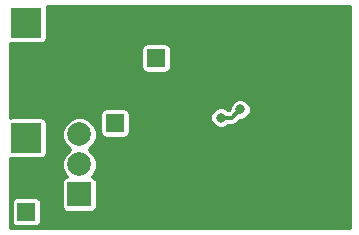
<source format=gbl>
G04 #@! TF.FileFunction,Copper,L2,Bot,Signal*
%FSLAX46Y46*%
G04 Gerber Fmt 4.6, Leading zero omitted, Abs format (unit mm)*
G04 Created by KiCad (PCBNEW (2016-02-18 BZR 6566, Git c2fd462)-product) date Thu 25 Feb 2016 06:22:52 PM EST*
%MOMM*%
G01*
G04 APERTURE LIST*
%ADD10C,0.100000*%
%ADD11C,1.998980*%
%ADD12R,1.998980X1.998980*%
%ADD13R,1.524000X1.524000*%
%ADD14R,2.500000X2.500000*%
%ADD15C,0.800000*%
%ADD16C,0.300000*%
%ADD17C,0.254000*%
G04 APERTURE END LIST*
D10*
D11*
X6500000Y-14000000D03*
D12*
X6500000Y-16540000D03*
D11*
X6500000Y-11460000D03*
D13*
X2000000Y-18000000D03*
X13000000Y-5000000D03*
X2000000Y-9000000D03*
X9500000Y-10500000D03*
D14*
X2000000Y-11750000D03*
X2000000Y-2000000D03*
D15*
X4750000Y-18000000D03*
X8000000Y-18249996D03*
X7200000Y-3200000D03*
X28250000Y-8500000D03*
X24750000Y-15250000D03*
X20250000Y-15250000D03*
X11000000Y-3250000D03*
X24250000Y-4250000D03*
X21750000Y-4250000D03*
X23000000Y-2500000D03*
X23000000Y-5750000D03*
X8500000Y-6000000D03*
X10545104Y-5801547D03*
X13500000Y-7000000D03*
X13500000Y-9500000D03*
X20119551Y-9346926D03*
X18469663Y-10030337D03*
D16*
X7749996Y-18500000D02*
X5250000Y-18500000D01*
X5250000Y-18500000D02*
X4750000Y-18000000D01*
X8000000Y-18249996D02*
X7749996Y-18500000D01*
X8000000Y-18500000D02*
X8000000Y-18249996D01*
X11250000Y-15250000D02*
X8000000Y-18500000D01*
X20250000Y-15250000D02*
X11250000Y-15250000D01*
X24750000Y-15250000D02*
X24750000Y-12000000D01*
X24750000Y-12000000D02*
X28250000Y-8500000D01*
X20250000Y-15250000D02*
X24750000Y-15250000D01*
X13500000Y-9500000D02*
X14500000Y-9500000D01*
X14500000Y-9500000D02*
X20250000Y-15250000D01*
X18469663Y-10030337D02*
X19436140Y-10030337D01*
X19436140Y-10030337D02*
X20119551Y-9346926D01*
D17*
G36*
X29373000Y-19373000D02*
X627000Y-19373000D01*
X627000Y-17238000D01*
X751656Y-17238000D01*
X751656Y-18762000D01*
X788677Y-18948116D01*
X894103Y-19105897D01*
X1051884Y-19211323D01*
X1238000Y-19248344D01*
X2762000Y-19248344D01*
X2948116Y-19211323D01*
X3105897Y-19105897D01*
X3211323Y-18948116D01*
X3248344Y-18762000D01*
X3248344Y-17238000D01*
X3211323Y-17051884D01*
X3105897Y-16894103D01*
X2948116Y-16788677D01*
X2762000Y-16751656D01*
X1238000Y-16751656D01*
X1051884Y-16788677D01*
X894103Y-16894103D01*
X788677Y-17051884D01*
X751656Y-17238000D01*
X627000Y-17238000D01*
X627000Y-15540510D01*
X5014166Y-15540510D01*
X5014166Y-17539490D01*
X5051187Y-17725606D01*
X5156613Y-17883387D01*
X5314394Y-17988813D01*
X5500510Y-18025834D01*
X7499490Y-18025834D01*
X7685606Y-17988813D01*
X7843387Y-17883387D01*
X7948813Y-17725606D01*
X7985834Y-17539490D01*
X7985834Y-15540510D01*
X7948813Y-15354394D01*
X7843387Y-15196613D01*
X7685606Y-15091187D01*
X7528173Y-15059872D01*
X7750977Y-14837456D01*
X7976233Y-14294980D01*
X7976746Y-13707596D01*
X7752437Y-13164728D01*
X7337456Y-12749023D01*
X7292204Y-12730233D01*
X7335272Y-12712437D01*
X7750977Y-12297456D01*
X7976233Y-11754980D01*
X7976746Y-11167596D01*
X7752437Y-10624728D01*
X7337456Y-10209023D01*
X6794980Y-9983767D01*
X6207596Y-9983254D01*
X5664728Y-10207563D01*
X5249023Y-10622544D01*
X5023767Y-11165020D01*
X5023254Y-11752404D01*
X5247563Y-12295272D01*
X5662544Y-12710977D01*
X5707796Y-12729767D01*
X5664728Y-12747563D01*
X5249023Y-13162544D01*
X5023767Y-13705020D01*
X5023254Y-14292404D01*
X5247563Y-14835272D01*
X5471781Y-15059881D01*
X5314394Y-15091187D01*
X5156613Y-15196613D01*
X5051187Y-15354394D01*
X5014166Y-15540510D01*
X627000Y-15540510D01*
X627000Y-13461878D01*
X750000Y-13486344D01*
X3250000Y-13486344D01*
X3436116Y-13449323D01*
X3593897Y-13343897D01*
X3699323Y-13186116D01*
X3736344Y-13000000D01*
X3736344Y-10500000D01*
X3699323Y-10313884D01*
X3593897Y-10156103D01*
X3436116Y-10050677D01*
X3250000Y-10013656D01*
X750000Y-10013656D01*
X627000Y-10038122D01*
X627000Y-9738000D01*
X8251656Y-9738000D01*
X8251656Y-11262000D01*
X8288677Y-11448116D01*
X8394103Y-11605897D01*
X8551884Y-11711323D01*
X8738000Y-11748344D01*
X10262000Y-11748344D01*
X10448116Y-11711323D01*
X10605897Y-11605897D01*
X10711323Y-11448116D01*
X10748344Y-11262000D01*
X10748344Y-10204018D01*
X17592512Y-10204018D01*
X17725745Y-10526468D01*
X17972234Y-10773388D01*
X18294452Y-10907184D01*
X18643344Y-10907488D01*
X18965794Y-10774255D01*
X19082916Y-10657337D01*
X19436140Y-10657337D01*
X19676083Y-10609609D01*
X19879496Y-10473693D01*
X20129255Y-10223934D01*
X20293232Y-10224077D01*
X20615682Y-10090844D01*
X20862602Y-9844355D01*
X20996398Y-9522137D01*
X20996702Y-9173245D01*
X20863469Y-8850795D01*
X20616980Y-8603875D01*
X20294762Y-8470079D01*
X19945870Y-8469775D01*
X19623420Y-8603008D01*
X19376500Y-8849497D01*
X19242704Y-9171715D01*
X19242560Y-9337205D01*
X19176428Y-9403337D01*
X19082940Y-9403337D01*
X18967092Y-9287286D01*
X18644874Y-9153490D01*
X18295982Y-9153186D01*
X17973532Y-9286419D01*
X17726612Y-9532908D01*
X17592816Y-9855126D01*
X17592512Y-10204018D01*
X10748344Y-10204018D01*
X10748344Y-9738000D01*
X10711323Y-9551884D01*
X10605897Y-9394103D01*
X10448116Y-9288677D01*
X10262000Y-9251656D01*
X8738000Y-9251656D01*
X8551884Y-9288677D01*
X8394103Y-9394103D01*
X8288677Y-9551884D01*
X8251656Y-9738000D01*
X627000Y-9738000D01*
X627000Y-4238000D01*
X11751656Y-4238000D01*
X11751656Y-5762000D01*
X11788677Y-5948116D01*
X11894103Y-6105897D01*
X12051884Y-6211323D01*
X12238000Y-6248344D01*
X13762000Y-6248344D01*
X13948116Y-6211323D01*
X14105897Y-6105897D01*
X14211323Y-5948116D01*
X14248344Y-5762000D01*
X14248344Y-4238000D01*
X14211323Y-4051884D01*
X14105897Y-3894103D01*
X13948116Y-3788677D01*
X13762000Y-3751656D01*
X12238000Y-3751656D01*
X12051884Y-3788677D01*
X11894103Y-3894103D01*
X11788677Y-4051884D01*
X11751656Y-4238000D01*
X627000Y-4238000D01*
X627000Y-3711878D01*
X750000Y-3736344D01*
X3250000Y-3736344D01*
X3436116Y-3699323D01*
X3593897Y-3593897D01*
X3699323Y-3436116D01*
X3736344Y-3250000D01*
X3736344Y-750000D01*
X3711878Y-627000D01*
X29373000Y-627000D01*
X29373000Y-19373000D01*
X29373000Y-19373000D01*
G37*
X29373000Y-19373000D02*
X627000Y-19373000D01*
X627000Y-17238000D01*
X751656Y-17238000D01*
X751656Y-18762000D01*
X788677Y-18948116D01*
X894103Y-19105897D01*
X1051884Y-19211323D01*
X1238000Y-19248344D01*
X2762000Y-19248344D01*
X2948116Y-19211323D01*
X3105897Y-19105897D01*
X3211323Y-18948116D01*
X3248344Y-18762000D01*
X3248344Y-17238000D01*
X3211323Y-17051884D01*
X3105897Y-16894103D01*
X2948116Y-16788677D01*
X2762000Y-16751656D01*
X1238000Y-16751656D01*
X1051884Y-16788677D01*
X894103Y-16894103D01*
X788677Y-17051884D01*
X751656Y-17238000D01*
X627000Y-17238000D01*
X627000Y-15540510D01*
X5014166Y-15540510D01*
X5014166Y-17539490D01*
X5051187Y-17725606D01*
X5156613Y-17883387D01*
X5314394Y-17988813D01*
X5500510Y-18025834D01*
X7499490Y-18025834D01*
X7685606Y-17988813D01*
X7843387Y-17883387D01*
X7948813Y-17725606D01*
X7985834Y-17539490D01*
X7985834Y-15540510D01*
X7948813Y-15354394D01*
X7843387Y-15196613D01*
X7685606Y-15091187D01*
X7528173Y-15059872D01*
X7750977Y-14837456D01*
X7976233Y-14294980D01*
X7976746Y-13707596D01*
X7752437Y-13164728D01*
X7337456Y-12749023D01*
X7292204Y-12730233D01*
X7335272Y-12712437D01*
X7750977Y-12297456D01*
X7976233Y-11754980D01*
X7976746Y-11167596D01*
X7752437Y-10624728D01*
X7337456Y-10209023D01*
X6794980Y-9983767D01*
X6207596Y-9983254D01*
X5664728Y-10207563D01*
X5249023Y-10622544D01*
X5023767Y-11165020D01*
X5023254Y-11752404D01*
X5247563Y-12295272D01*
X5662544Y-12710977D01*
X5707796Y-12729767D01*
X5664728Y-12747563D01*
X5249023Y-13162544D01*
X5023767Y-13705020D01*
X5023254Y-14292404D01*
X5247563Y-14835272D01*
X5471781Y-15059881D01*
X5314394Y-15091187D01*
X5156613Y-15196613D01*
X5051187Y-15354394D01*
X5014166Y-15540510D01*
X627000Y-15540510D01*
X627000Y-13461878D01*
X750000Y-13486344D01*
X3250000Y-13486344D01*
X3436116Y-13449323D01*
X3593897Y-13343897D01*
X3699323Y-13186116D01*
X3736344Y-13000000D01*
X3736344Y-10500000D01*
X3699323Y-10313884D01*
X3593897Y-10156103D01*
X3436116Y-10050677D01*
X3250000Y-10013656D01*
X750000Y-10013656D01*
X627000Y-10038122D01*
X627000Y-9738000D01*
X8251656Y-9738000D01*
X8251656Y-11262000D01*
X8288677Y-11448116D01*
X8394103Y-11605897D01*
X8551884Y-11711323D01*
X8738000Y-11748344D01*
X10262000Y-11748344D01*
X10448116Y-11711323D01*
X10605897Y-11605897D01*
X10711323Y-11448116D01*
X10748344Y-11262000D01*
X10748344Y-10204018D01*
X17592512Y-10204018D01*
X17725745Y-10526468D01*
X17972234Y-10773388D01*
X18294452Y-10907184D01*
X18643344Y-10907488D01*
X18965794Y-10774255D01*
X19082916Y-10657337D01*
X19436140Y-10657337D01*
X19676083Y-10609609D01*
X19879496Y-10473693D01*
X20129255Y-10223934D01*
X20293232Y-10224077D01*
X20615682Y-10090844D01*
X20862602Y-9844355D01*
X20996398Y-9522137D01*
X20996702Y-9173245D01*
X20863469Y-8850795D01*
X20616980Y-8603875D01*
X20294762Y-8470079D01*
X19945870Y-8469775D01*
X19623420Y-8603008D01*
X19376500Y-8849497D01*
X19242704Y-9171715D01*
X19242560Y-9337205D01*
X19176428Y-9403337D01*
X19082940Y-9403337D01*
X18967092Y-9287286D01*
X18644874Y-9153490D01*
X18295982Y-9153186D01*
X17973532Y-9286419D01*
X17726612Y-9532908D01*
X17592816Y-9855126D01*
X17592512Y-10204018D01*
X10748344Y-10204018D01*
X10748344Y-9738000D01*
X10711323Y-9551884D01*
X10605897Y-9394103D01*
X10448116Y-9288677D01*
X10262000Y-9251656D01*
X8738000Y-9251656D01*
X8551884Y-9288677D01*
X8394103Y-9394103D01*
X8288677Y-9551884D01*
X8251656Y-9738000D01*
X627000Y-9738000D01*
X627000Y-4238000D01*
X11751656Y-4238000D01*
X11751656Y-5762000D01*
X11788677Y-5948116D01*
X11894103Y-6105897D01*
X12051884Y-6211323D01*
X12238000Y-6248344D01*
X13762000Y-6248344D01*
X13948116Y-6211323D01*
X14105897Y-6105897D01*
X14211323Y-5948116D01*
X14248344Y-5762000D01*
X14248344Y-4238000D01*
X14211323Y-4051884D01*
X14105897Y-3894103D01*
X13948116Y-3788677D01*
X13762000Y-3751656D01*
X12238000Y-3751656D01*
X12051884Y-3788677D01*
X11894103Y-3894103D01*
X11788677Y-4051884D01*
X11751656Y-4238000D01*
X627000Y-4238000D01*
X627000Y-3711878D01*
X750000Y-3736344D01*
X3250000Y-3736344D01*
X3436116Y-3699323D01*
X3593897Y-3593897D01*
X3699323Y-3436116D01*
X3736344Y-3250000D01*
X3736344Y-750000D01*
X3711878Y-627000D01*
X29373000Y-627000D01*
X29373000Y-19373000D01*
M02*

</source>
